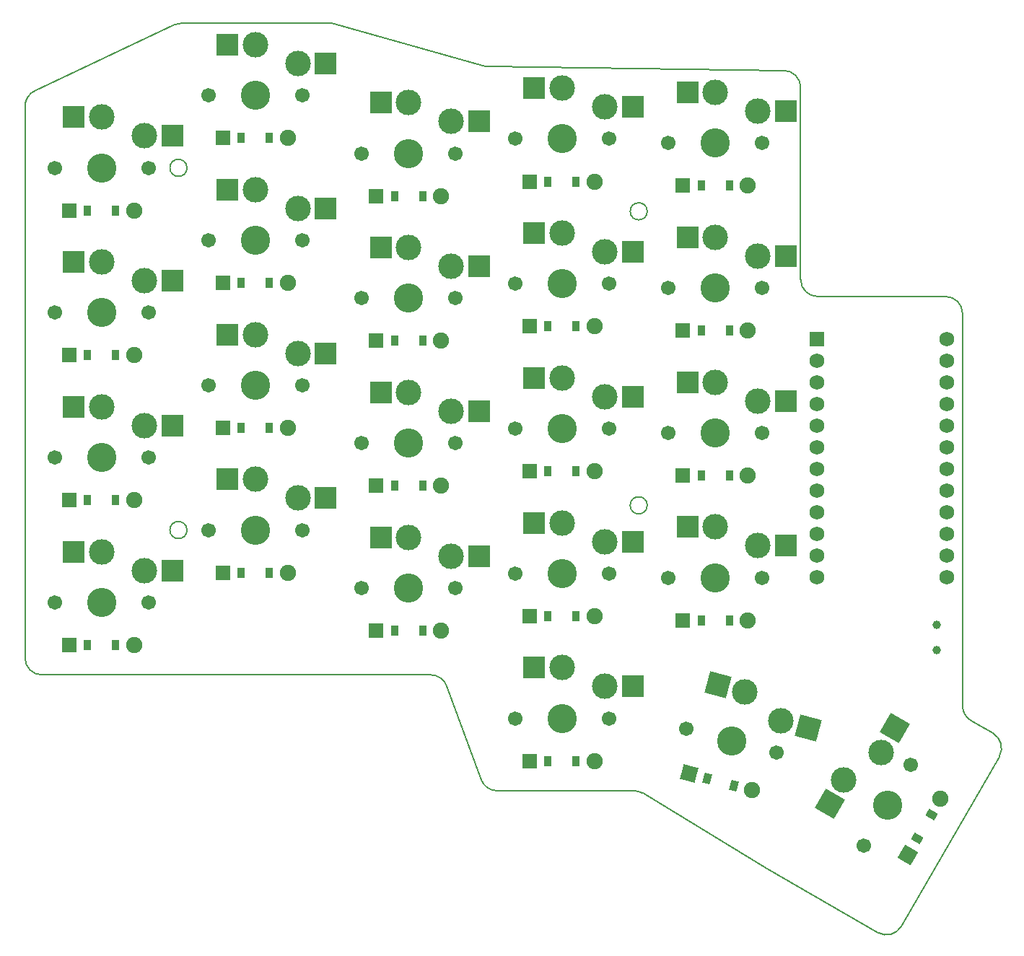
<source format=gbr>
%TF.GenerationSoftware,KiCad,Pcbnew,(6.0.0)*%
%TF.CreationDate,2022-02-05T12:05:09+01:00*%
%TF.ProjectId,samoklava2_pcb,73616d6f-6b6c-4617-9661-325f7063622e,v1.0.0*%
%TF.SameCoordinates,Original*%
%TF.FileFunction,Soldermask,Bot*%
%TF.FilePolarity,Negative*%
%FSLAX46Y46*%
G04 Gerber Fmt 4.6, Leading zero omitted, Abs format (unit mm)*
G04 Created by KiCad (PCBNEW (6.0.0)) date 2022-02-05 12:05:09*
%MOMM*%
%LPD*%
G01*
G04 APERTURE LIST*
G04 Aperture macros list*
%AMRotRect*
0 Rectangle, with rotation*
0 The origin of the aperture is its center*
0 $1 length*
0 $2 width*
0 $3 Rotation angle, in degrees counterclockwise*
0 Add horizontal line*
21,1,$1,$2,0,0,$3*%
G04 Aperture macros list end*
%TA.AperFunction,Profile*%
%ADD10C,0.150000*%
%TD*%
%ADD11C,1.000000*%
%ADD12C,1.701800*%
%ADD13C,3.000000*%
%ADD14C,3.429000*%
%ADD15R,2.600000X2.600000*%
%ADD16C,1.905000*%
%ADD17RotRect,0.900000X1.200000X345.000000*%
%ADD18RotRect,1.778000X1.778000X345.000000*%
%ADD19R,0.900000X1.200000*%
%ADD20R,1.778000X1.778000*%
%ADD21R,1.752600X1.752600*%
%ADD22C,1.752600*%
%ADD23RotRect,2.600000X2.600000X345.000000*%
%ADD24RotRect,0.900000X1.200000X60.000000*%
%ADD25RotRect,1.778000X1.778000X60.000000*%
%ADD26RotRect,2.600000X2.600000X60.000000*%
G04 APERTURE END LIST*
D10*
X101000000Y33900000D02*
G75*
G03*
X99000000Y35900000I-1999999J1D01*
G01*
X101000000Y-12141090D02*
G75*
G03*
X102000000Y-13873141I2000000J0D01*
G01*
X-9000000Y-6500000D02*
G75*
G03*
X-7000000Y-8500000I1999999J-1D01*
G01*
X-9000000Y58232663D02*
X-9000000Y-6500000D01*
X8594465Y67808497D02*
X-7854013Y60041161D01*
X44745899Y62971995D02*
X27267341Y67924253D01*
X46395588Y-22100000D02*
X62441218Y-22100000D01*
X80027025Y62426662D02*
X45264080Y62896431D01*
X40481569Y-9809869D02*
X44518431Y-20790131D01*
X78060291Y-31227935D02*
G75*
G03*
X78096935Y-31249615I1031524J1701695D01*
G01*
X-7000000Y-8500000D02*
X38604412Y-8500000D01*
X27267341Y67924253D02*
G75*
G03*
X26722136Y68000000I-545201J-1924212D01*
G01*
X78096934Y-31249614D02*
X91068878Y-38738969D01*
X26722135Y68000000D02*
X9448477Y68000000D01*
X44518431Y-20790131D02*
G75*
G03*
X46395588Y-22100000I1877157J690130D01*
G01*
X10000000Y8500000D02*
G75*
G03*
X10000000Y8500000I-1000000J0D01*
G01*
X63477862Y-22389629D02*
X78060291Y-31227935D01*
X64000000Y11400000D02*
G75*
G03*
X64000000Y11400000I-1000000J0D01*
G01*
X40481569Y-9809869D02*
G75*
G03*
X38604412Y-8500000I-1877157J-690130D01*
G01*
X99000000Y35900000D02*
X84000000Y35900000D01*
X101000000Y-12141090D02*
X101000000Y33900000D01*
X9448477Y68000000D02*
G75*
G03*
X8594464Y67808497I2J-2000006D01*
G01*
X82000000Y37900000D02*
X82000000Y60426844D01*
X10000000Y51000000D02*
G75*
G03*
X10000000Y51000000I-1000000J0D01*
G01*
X-7854013Y60041161D02*
G75*
G03*
X-9000001Y58232663I854012J-1808497D01*
G01*
X93800928Y-38006919D02*
X105300929Y-18088334D01*
X63477862Y-22389629D02*
G75*
G03*
X62441218Y-22100000I-1036646J-1710378D01*
G01*
X64000000Y45900000D02*
G75*
G03*
X64000000Y45900000I-1000000J0D01*
G01*
X105300929Y-18088334D02*
G75*
G03*
X104568878Y-15356283I-1732051J1000000D01*
G01*
X102000000Y-13873141D02*
X104568878Y-15356284D01*
X44745899Y62971995D02*
G75*
G03*
X45264080Y62896431I545202J1924232D01*
G01*
X82000001Y60426844D02*
G75*
G03*
X80027025Y62426661I-2000001J-1D01*
G01*
X91068878Y-38738969D02*
G75*
G03*
X93800928Y-38006919I1000000J1732050D01*
G01*
X82000000Y37900000D02*
G75*
G03*
X84000000Y35900000I1999999J-1D01*
G01*
D11*
%TO.C,T1*%
X98000000Y-2600000D03*
X98000000Y-5600000D03*
%TD*%
D12*
%TO.C,S9*%
X41500000Y1700000D03*
D13*
X36000000Y7650000D03*
X41000000Y5450000D03*
D14*
X36000000Y1700000D03*
D12*
X30500000Y1700000D03*
D15*
X32725000Y7650000D03*
X44275000Y5450000D03*
%TD*%
D12*
%TO.C,S6*%
X23500000Y25500000D03*
X12500000Y25500000D03*
D13*
X18000000Y31450000D03*
X23000000Y29250000D03*
D14*
X18000000Y25500000D03*
D15*
X14725000Y31450000D03*
X26275000Y29250000D03*
%TD*%
D14*
%TO.C,S8*%
X18000000Y59500000D03*
D12*
X23500000Y59500000D03*
D13*
X23000000Y63250000D03*
X18000000Y65450000D03*
D12*
X12500000Y59500000D03*
D15*
X14725000Y65450000D03*
X26275000Y63250000D03*
%TD*%
D14*
%TO.C,S4*%
X0Y51000000D03*
D13*
X0Y56950000D03*
X5000000Y54750000D03*
D12*
X5500000Y51000000D03*
X-5500000Y51000000D03*
D15*
X-3275000Y56950000D03*
X8275000Y54750000D03*
%TD*%
D16*
%TO.C,D22*%
X76279376Y-22034732D03*
D17*
X71005421Y-20621580D03*
D18*
X68919022Y-20062530D03*
D17*
X74192977Y-21475682D03*
%TD*%
D19*
%TO.C,D15*%
X52350000Y32400000D03*
D16*
X57810000Y32400000D03*
D20*
X50190000Y32400000D03*
D19*
X55650000Y32400000D03*
%TD*%
%TO.C,D6*%
X16350000Y20500000D03*
D16*
X21810000Y20500000D03*
D20*
X14190000Y20500000D03*
D19*
X19650000Y20500000D03*
%TD*%
D21*
%TO.C,MCU1*%
X83880000Y30870000D03*
D22*
X83880000Y28330000D03*
X83880000Y25790000D03*
X83880000Y23250000D03*
X83880000Y20710000D03*
X83880000Y18170000D03*
X83880000Y15630000D03*
X83880000Y13090000D03*
X83880000Y10550000D03*
X83880000Y8010000D03*
X83880000Y5470000D03*
X83880000Y2930000D03*
X99120000Y30870000D03*
X99120000Y28330000D03*
X99120000Y25790000D03*
X99120000Y23250000D03*
X99120000Y20710000D03*
X99120000Y18170000D03*
X99120000Y15630000D03*
X99120000Y13090000D03*
X99120000Y10550000D03*
X99120000Y8010000D03*
X99120000Y5470000D03*
X99120000Y2930000D03*
%TD*%
D16*
%TO.C,D10*%
X39810000Y13700000D03*
D19*
X34350000Y13700000D03*
D20*
X32190000Y13700000D03*
D19*
X37650000Y13700000D03*
%TD*%
D13*
%TO.C,S21*%
X54000000Y-7650000D03*
D14*
X54000000Y-13600000D03*
D13*
X59000000Y-9850000D03*
D12*
X59500000Y-13600000D03*
X48500000Y-13600000D03*
D15*
X50725000Y-7650000D03*
X62275000Y-9850000D03*
%TD*%
D16*
%TO.C,D16*%
X57810000Y49400000D03*
D19*
X52350000Y49400000D03*
D20*
X50190000Y49400000D03*
D19*
X55650000Y49400000D03*
%TD*%
D16*
%TO.C,D11*%
X39810000Y30700000D03*
D19*
X34350000Y30700000D03*
D20*
X32190000Y30700000D03*
D19*
X37650000Y30700000D03*
%TD*%
D14*
%TO.C,S19*%
X72000000Y36900000D03*
D12*
X66500000Y36900000D03*
X77500000Y36900000D03*
D13*
X72000000Y42850000D03*
X77000000Y40650000D03*
D15*
X68725000Y42850000D03*
X80275000Y40650000D03*
%TD*%
D19*
%TO.C,D17*%
X70350000Y-2100000D03*
D16*
X75810000Y-2100000D03*
D20*
X68190000Y-2100000D03*
D19*
X73650000Y-2100000D03*
%TD*%
D13*
%TO.C,S15*%
X59000000Y41150000D03*
D12*
X48500000Y37400000D03*
D13*
X54000000Y43350000D03*
D12*
X59500000Y37400000D03*
D14*
X54000000Y37400000D03*
D15*
X50725000Y43350000D03*
X62275000Y41150000D03*
%TD*%
D13*
%TO.C,S1*%
X5000000Y3750000D03*
D14*
X0Y0D03*
D12*
X-5500000Y0D03*
X5500000Y0D03*
D13*
X0Y5950000D03*
D15*
X-3275000Y5950000D03*
X8275000Y3750000D03*
%TD*%
D12*
%TO.C,S22*%
X68580702Y-14795497D03*
D13*
X79693495Y-13890875D03*
X75433267Y-10471743D03*
D12*
X79205886Y-17642507D03*
D14*
X73893294Y-16219002D03*
D23*
X72269860Y-9624111D03*
X82856902Y-14738508D03*
%TD*%
D19*
%TO.C,D20*%
X70350000Y48900000D03*
D16*
X75810000Y48900000D03*
D19*
X73650000Y48900000D03*
D20*
X68190000Y48900000D03*
%TD*%
D12*
%TO.C,S13*%
X48500000Y3400000D03*
D13*
X54000000Y9350000D03*
D14*
X54000000Y3400000D03*
D12*
X59500000Y3400000D03*
D13*
X59000000Y7150000D03*
D15*
X50725000Y9350000D03*
X62275000Y7150000D03*
%TD*%
D12*
%TO.C,S3*%
X-5500000Y34000000D03*
D13*
X0Y39950000D03*
X5000000Y37750000D03*
D14*
X0Y34000000D03*
D12*
X5500000Y34000000D03*
D15*
X-3275000Y39950000D03*
X8275000Y37750000D03*
%TD*%
D19*
%TO.C,D18*%
X70350000Y14900000D03*
D16*
X75810000Y14900000D03*
D19*
X73650000Y14900000D03*
D20*
X68190000Y14900000D03*
%TD*%
D19*
%TO.C,D7*%
X16350000Y37500000D03*
D16*
X21810000Y37500000D03*
D20*
X14190000Y37500000D03*
D19*
X19650000Y37500000D03*
%TD*%
D16*
%TO.C,D13*%
X57810000Y-1600000D03*
D19*
X52350000Y-1600000D03*
D20*
X50190000Y-1600000D03*
D19*
X55650000Y-1600000D03*
%TD*%
%TO.C,D4*%
X-1650000Y46000000D03*
D16*
X3810000Y46000000D03*
D19*
X1650000Y46000000D03*
D20*
X-3810000Y46000000D03*
%TD*%
D16*
%TO.C,D23*%
X98424840Y-22998070D03*
D24*
X95694840Y-27726569D03*
X97344840Y-24868685D03*
D25*
X94614840Y-29597184D03*
%TD*%
D16*
%TO.C,D21*%
X57810000Y-18600000D03*
D19*
X52350000Y-18600000D03*
X55650000Y-18600000D03*
D20*
X50190000Y-18600000D03*
%TD*%
D16*
%TO.C,D14*%
X57810000Y15400000D03*
D19*
X52350000Y15400000D03*
X55650000Y15400000D03*
D20*
X50190000Y15400000D03*
%TD*%
D13*
%TO.C,S7*%
X23000000Y46250000D03*
D12*
X23500000Y42500000D03*
X12500000Y42500000D03*
D13*
X18000000Y48450000D03*
D14*
X18000000Y42500000D03*
D15*
X14725000Y48450000D03*
X26275000Y46250000D03*
%TD*%
D14*
%TO.C,S11*%
X36000000Y35700000D03*
D13*
X36000000Y41650000D03*
X41000000Y39450000D03*
D12*
X41500000Y35700000D03*
X30500000Y35700000D03*
D15*
X32725000Y41650000D03*
X44275000Y39450000D03*
%TD*%
D16*
%TO.C,D9*%
X39810000Y-3300000D03*
D19*
X34350000Y-3300000D03*
D20*
X32190000Y-3300000D03*
D19*
X37650000Y-3300000D03*
%TD*%
D13*
%TO.C,S12*%
X41000000Y56450000D03*
X36000000Y58650000D03*
D12*
X41500000Y52700000D03*
X30500000Y52700000D03*
D14*
X36000000Y52700000D03*
D15*
X32725000Y58650000D03*
X44275000Y56450000D03*
%TD*%
D16*
%TO.C,D12*%
X39810000Y47700000D03*
D19*
X34350000Y47700000D03*
D20*
X32190000Y47700000D03*
D19*
X37650000Y47700000D03*
%TD*%
D13*
%TO.C,S2*%
X0Y22950000D03*
D12*
X5500000Y17000000D03*
D14*
X0Y17000000D03*
D12*
X-5500000Y17000000D03*
D13*
X5000000Y20750000D03*
D15*
X-3275000Y22950000D03*
X8275000Y20750000D03*
%TD*%
D16*
%TO.C,D1*%
X3810000Y-5000000D03*
D19*
X-1650000Y-5000000D03*
X1650000Y-5000000D03*
D20*
X-3810000Y-5000000D03*
%TD*%
D13*
%TO.C,S23*%
X87036862Y-20822627D03*
X91442118Y-17592500D03*
D12*
X94939713Y-19034487D03*
D14*
X92189713Y-23797627D03*
D12*
X89439713Y-28560767D03*
D26*
X85399362Y-23658860D03*
X93079618Y-14756267D03*
%TD*%
D19*
%TO.C,D8*%
X16350000Y54500000D03*
D16*
X21810000Y54500000D03*
D20*
X14190000Y54500000D03*
D19*
X19650000Y54500000D03*
%TD*%
D16*
%TO.C,D5*%
X21810000Y3500000D03*
D19*
X16350000Y3500000D03*
D20*
X14190000Y3500000D03*
D19*
X19650000Y3500000D03*
%TD*%
%TO.C,D19*%
X70350000Y31900000D03*
D16*
X75810000Y31900000D03*
D19*
X73650000Y31900000D03*
D20*
X68190000Y31900000D03*
%TD*%
D12*
%TO.C,S5*%
X12500000Y8500000D03*
D13*
X23000000Y12250000D03*
D14*
X18000000Y8500000D03*
D12*
X23500000Y8500000D03*
D13*
X18000000Y14450000D03*
D15*
X14725000Y14450000D03*
X26275000Y12250000D03*
%TD*%
D12*
%TO.C,S17*%
X66500000Y2900000D03*
X77500000Y2900000D03*
D14*
X72000000Y2900000D03*
D13*
X72000000Y8850000D03*
X77000000Y6650000D03*
D15*
X68725000Y8850000D03*
X80275000Y6650000D03*
%TD*%
D13*
%TO.C,S20*%
X77000000Y57650000D03*
X72000000Y59850000D03*
D12*
X77500000Y53900000D03*
D14*
X72000000Y53900000D03*
D12*
X66500000Y53900000D03*
D15*
X68725000Y59850000D03*
X80275000Y57650000D03*
%TD*%
D12*
%TO.C,S10*%
X41500000Y18700000D03*
D13*
X41000000Y22450000D03*
X36000000Y24650000D03*
D14*
X36000000Y18700000D03*
D12*
X30500000Y18700000D03*
D15*
X32725000Y24650000D03*
X44275000Y22450000D03*
%TD*%
D13*
%TO.C,S16*%
X54000000Y60350000D03*
D12*
X59500000Y54400000D03*
D13*
X59000000Y58150000D03*
D14*
X54000000Y54400000D03*
D12*
X48500000Y54400000D03*
D15*
X50725000Y60350000D03*
X62275000Y58150000D03*
%TD*%
D12*
%TO.C,S14*%
X59500000Y20400000D03*
D14*
X54000000Y20400000D03*
D13*
X59000000Y24150000D03*
D12*
X48500000Y20400000D03*
D13*
X54000000Y26350000D03*
D15*
X50725000Y26350000D03*
X62275000Y24150000D03*
%TD*%
D16*
%TO.C,D2*%
X3810000Y12000000D03*
D19*
X-1650000Y12000000D03*
X1650000Y12000000D03*
D20*
X-3810000Y12000000D03*
%TD*%
D14*
%TO.C,S18*%
X72000000Y19900000D03*
D12*
X66500000Y19900000D03*
X77500000Y19900000D03*
D13*
X77000000Y23650000D03*
X72000000Y25850000D03*
D15*
X68725000Y25850000D03*
X80275000Y23650000D03*
%TD*%
D19*
%TO.C,D3*%
X-1650000Y29000000D03*
D16*
X3810000Y29000000D03*
D19*
X1650000Y29000000D03*
D20*
X-3810000Y29000000D03*
%TD*%
M02*

</source>
